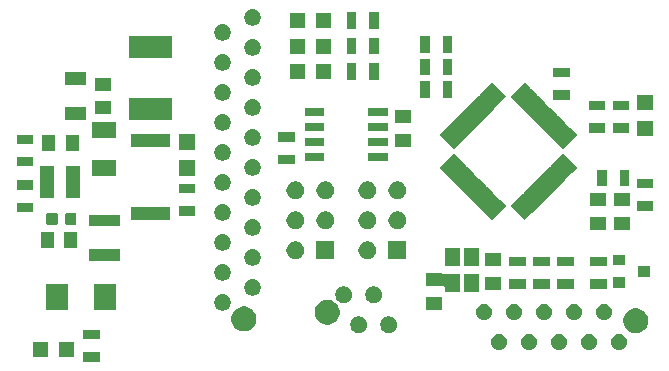
<source format=gts>
G04 #@! TF.GenerationSoftware,KiCad,Pcbnew,5.1.4-e60b266~84~ubuntu18.04.1*
G04 #@! TF.CreationDate,2019-12-14T18:52:15-05:00*
G04 #@! TF.ProjectId,dashboard_MKV_ewan,64617368-626f-4617-9264-5f4d4b565f65,rev?*
G04 #@! TF.SameCoordinates,Original*
G04 #@! TF.FileFunction,Soldermask,Top*
G04 #@! TF.FilePolarity,Negative*
%FSLAX46Y46*%
G04 Gerber Fmt 4.6, Leading zero omitted, Abs format (unit mm)*
G04 Created by KiCad (PCBNEW 5.1.4-e60b266~84~ubuntu18.04.1) date 2019-12-14 18:52:15*
%MOMM*%
%LPD*%
G04 APERTURE LIST*
%ADD10C,0.100000*%
G04 APERTURE END LIST*
D10*
G36*
X178780400Y-95026200D02*
G01*
X177378400Y-95026200D01*
X177378400Y-94224200D01*
X178780400Y-94224200D01*
X178780400Y-95026200D01*
X178780400Y-95026200D01*
G37*
G36*
X174404600Y-94681800D02*
G01*
X173102600Y-94681800D01*
X173102600Y-93379800D01*
X174404600Y-93379800D01*
X174404600Y-94681800D01*
X174404600Y-94681800D01*
G37*
G36*
X176604600Y-94681800D02*
G01*
X175302600Y-94681800D01*
X175302600Y-93379800D01*
X176604600Y-93379800D01*
X176604600Y-94681800D01*
X176604600Y-94681800D01*
G37*
G36*
X215317073Y-92696338D02*
G01*
X215444649Y-92749182D01*
X215559459Y-92825895D01*
X215657105Y-92923541D01*
X215733818Y-93038351D01*
X215786662Y-93165927D01*
X215813600Y-93301356D01*
X215813600Y-93439444D01*
X215786662Y-93574873D01*
X215733818Y-93702449D01*
X215657105Y-93817259D01*
X215559459Y-93914905D01*
X215444649Y-93991618D01*
X215317073Y-94044462D01*
X215181644Y-94071400D01*
X215043556Y-94071400D01*
X214908127Y-94044462D01*
X214780551Y-93991618D01*
X214665741Y-93914905D01*
X214568095Y-93817259D01*
X214491382Y-93702449D01*
X214438538Y-93574873D01*
X214411600Y-93439444D01*
X214411600Y-93301356D01*
X214438538Y-93165927D01*
X214491382Y-93038351D01*
X214568095Y-92923541D01*
X214665741Y-92825895D01*
X214780551Y-92749182D01*
X214908127Y-92696338D01*
X215043556Y-92669400D01*
X215181644Y-92669400D01*
X215317073Y-92696338D01*
X215317073Y-92696338D01*
G37*
G36*
X212777073Y-92696338D02*
G01*
X212904649Y-92749182D01*
X213019459Y-92825895D01*
X213117105Y-92923541D01*
X213193818Y-93038351D01*
X213246662Y-93165927D01*
X213273600Y-93301356D01*
X213273600Y-93439444D01*
X213246662Y-93574873D01*
X213193818Y-93702449D01*
X213117105Y-93817259D01*
X213019459Y-93914905D01*
X212904649Y-93991618D01*
X212777073Y-94044462D01*
X212641644Y-94071400D01*
X212503556Y-94071400D01*
X212368127Y-94044462D01*
X212240551Y-93991618D01*
X212125741Y-93914905D01*
X212028095Y-93817259D01*
X211951382Y-93702449D01*
X211898538Y-93574873D01*
X211871600Y-93439444D01*
X211871600Y-93301356D01*
X211898538Y-93165927D01*
X211951382Y-93038351D01*
X212028095Y-92923541D01*
X212125741Y-92825895D01*
X212240551Y-92749182D01*
X212368127Y-92696338D01*
X212503556Y-92669400D01*
X212641644Y-92669400D01*
X212777073Y-92696338D01*
X212777073Y-92696338D01*
G37*
G36*
X222937073Y-92696338D02*
G01*
X223064649Y-92749182D01*
X223179459Y-92825895D01*
X223277105Y-92923541D01*
X223353818Y-93038351D01*
X223406662Y-93165927D01*
X223433600Y-93301356D01*
X223433600Y-93439444D01*
X223406662Y-93574873D01*
X223353818Y-93702449D01*
X223277105Y-93817259D01*
X223179459Y-93914905D01*
X223064649Y-93991618D01*
X222937073Y-94044462D01*
X222801644Y-94071400D01*
X222663556Y-94071400D01*
X222528127Y-94044462D01*
X222400551Y-93991618D01*
X222285741Y-93914905D01*
X222188095Y-93817259D01*
X222111382Y-93702449D01*
X222058538Y-93574873D01*
X222031600Y-93439444D01*
X222031600Y-93301356D01*
X222058538Y-93165927D01*
X222111382Y-93038351D01*
X222188095Y-92923541D01*
X222285741Y-92825895D01*
X222400551Y-92749182D01*
X222528127Y-92696338D01*
X222663556Y-92669400D01*
X222801644Y-92669400D01*
X222937073Y-92696338D01*
X222937073Y-92696338D01*
G37*
G36*
X220397073Y-92696338D02*
G01*
X220524649Y-92749182D01*
X220639459Y-92825895D01*
X220737105Y-92923541D01*
X220813818Y-93038351D01*
X220866662Y-93165927D01*
X220893600Y-93301356D01*
X220893600Y-93439444D01*
X220866662Y-93574873D01*
X220813818Y-93702449D01*
X220737105Y-93817259D01*
X220639459Y-93914905D01*
X220524649Y-93991618D01*
X220397073Y-94044462D01*
X220261644Y-94071400D01*
X220123556Y-94071400D01*
X219988127Y-94044462D01*
X219860551Y-93991618D01*
X219745741Y-93914905D01*
X219648095Y-93817259D01*
X219571382Y-93702449D01*
X219518538Y-93574873D01*
X219491600Y-93439444D01*
X219491600Y-93301356D01*
X219518538Y-93165927D01*
X219571382Y-93038351D01*
X219648095Y-92923541D01*
X219745741Y-92825895D01*
X219860551Y-92749182D01*
X219988127Y-92696338D01*
X220123556Y-92669400D01*
X220261644Y-92669400D01*
X220397073Y-92696338D01*
X220397073Y-92696338D01*
G37*
G36*
X217857073Y-92696338D02*
G01*
X217984649Y-92749182D01*
X218099459Y-92825895D01*
X218197105Y-92923541D01*
X218273818Y-93038351D01*
X218326662Y-93165927D01*
X218353600Y-93301356D01*
X218353600Y-93439444D01*
X218326662Y-93574873D01*
X218273818Y-93702449D01*
X218197105Y-93817259D01*
X218099459Y-93914905D01*
X217984649Y-93991618D01*
X217857073Y-94044462D01*
X217721644Y-94071400D01*
X217583556Y-94071400D01*
X217448127Y-94044462D01*
X217320551Y-93991618D01*
X217205741Y-93914905D01*
X217108095Y-93817259D01*
X217031382Y-93702449D01*
X216978538Y-93574873D01*
X216951600Y-93439444D01*
X216951600Y-93301356D01*
X216978538Y-93165927D01*
X217031382Y-93038351D01*
X217108095Y-92923541D01*
X217205741Y-92825895D01*
X217320551Y-92749182D01*
X217448127Y-92696338D01*
X217583556Y-92669400D01*
X217721644Y-92669400D01*
X217857073Y-92696338D01*
X217857073Y-92696338D01*
G37*
G36*
X178780400Y-93126200D02*
G01*
X177378400Y-93126200D01*
X177378400Y-92324200D01*
X178780400Y-92324200D01*
X178780400Y-93126200D01*
X178780400Y-93126200D01*
G37*
G36*
X224439164Y-90559789D02*
G01*
X224630433Y-90639015D01*
X224630435Y-90639016D01*
X224802573Y-90754035D01*
X224948965Y-90900427D01*
X225038800Y-91034874D01*
X225063985Y-91072567D01*
X225143211Y-91263836D01*
X225183600Y-91466884D01*
X225183600Y-91673916D01*
X225143211Y-91876964D01*
X225106810Y-91964844D01*
X225063984Y-92068235D01*
X224948965Y-92240373D01*
X224802573Y-92386765D01*
X224630435Y-92501784D01*
X224630434Y-92501785D01*
X224630433Y-92501785D01*
X224439164Y-92581011D01*
X224236116Y-92621400D01*
X224029084Y-92621400D01*
X223826036Y-92581011D01*
X223634767Y-92501785D01*
X223634766Y-92501785D01*
X223634765Y-92501784D01*
X223462627Y-92386765D01*
X223316235Y-92240373D01*
X223201216Y-92068235D01*
X223158390Y-91964844D01*
X223121989Y-91876964D01*
X223081600Y-91673916D01*
X223081600Y-91466884D01*
X223121989Y-91263836D01*
X223201215Y-91072567D01*
X223226401Y-91034874D01*
X223316235Y-90900427D01*
X223462627Y-90754035D01*
X223634765Y-90639016D01*
X223634767Y-90639015D01*
X223826036Y-90559789D01*
X224029084Y-90519400D01*
X224236116Y-90519400D01*
X224439164Y-90559789D01*
X224439164Y-90559789D01*
G37*
G36*
X200892873Y-91221738D02*
G01*
X201020449Y-91274582D01*
X201135259Y-91351295D01*
X201232905Y-91448941D01*
X201309618Y-91563751D01*
X201362462Y-91691327D01*
X201389400Y-91826756D01*
X201389400Y-91964844D01*
X201362462Y-92100273D01*
X201309618Y-92227849D01*
X201232905Y-92342659D01*
X201135259Y-92440305D01*
X201020449Y-92517018D01*
X200892873Y-92569862D01*
X200757444Y-92596800D01*
X200619356Y-92596800D01*
X200483927Y-92569862D01*
X200356351Y-92517018D01*
X200241541Y-92440305D01*
X200143895Y-92342659D01*
X200067182Y-92227849D01*
X200014338Y-92100273D01*
X199987400Y-91964844D01*
X199987400Y-91826756D01*
X200014338Y-91691327D01*
X200067182Y-91563751D01*
X200143895Y-91448941D01*
X200241541Y-91351295D01*
X200356351Y-91274582D01*
X200483927Y-91221738D01*
X200619356Y-91194800D01*
X200757444Y-91194800D01*
X200892873Y-91221738D01*
X200892873Y-91221738D01*
G37*
G36*
X203432873Y-91221738D02*
G01*
X203560449Y-91274582D01*
X203675259Y-91351295D01*
X203772905Y-91448941D01*
X203849618Y-91563751D01*
X203902462Y-91691327D01*
X203929400Y-91826756D01*
X203929400Y-91964844D01*
X203902462Y-92100273D01*
X203849618Y-92227849D01*
X203772905Y-92342659D01*
X203675259Y-92440305D01*
X203560449Y-92517018D01*
X203432873Y-92569862D01*
X203297444Y-92596800D01*
X203159356Y-92596800D01*
X203023927Y-92569862D01*
X202896351Y-92517018D01*
X202781541Y-92440305D01*
X202683895Y-92342659D01*
X202607182Y-92227849D01*
X202554338Y-92100273D01*
X202527400Y-91964844D01*
X202527400Y-91826756D01*
X202554338Y-91691327D01*
X202607182Y-91563751D01*
X202683895Y-91448941D01*
X202781541Y-91351295D01*
X202896351Y-91274582D01*
X203023927Y-91221738D01*
X203159356Y-91194800D01*
X203297444Y-91194800D01*
X203432873Y-91221738D01*
X203432873Y-91221738D01*
G37*
G36*
X191263764Y-90403989D02*
G01*
X191402509Y-90461459D01*
X191455035Y-90483216D01*
X191569636Y-90559790D01*
X191627173Y-90598235D01*
X191773565Y-90744627D01*
X191888585Y-90916767D01*
X191967811Y-91108036D01*
X192008200Y-91311084D01*
X192008200Y-91518116D01*
X191967811Y-91721164D01*
X191903276Y-91876965D01*
X191888584Y-91912435D01*
X191773565Y-92084573D01*
X191627173Y-92230965D01*
X191455035Y-92345984D01*
X191455034Y-92345985D01*
X191455033Y-92345985D01*
X191263764Y-92425211D01*
X191060716Y-92465600D01*
X190853684Y-92465600D01*
X190650636Y-92425211D01*
X190459367Y-92345985D01*
X190459366Y-92345985D01*
X190459365Y-92345984D01*
X190287227Y-92230965D01*
X190140835Y-92084573D01*
X190025816Y-91912435D01*
X190011124Y-91876965D01*
X189946589Y-91721164D01*
X189906200Y-91518116D01*
X189906200Y-91311084D01*
X189946589Y-91108036D01*
X190025815Y-90916767D01*
X190140835Y-90744627D01*
X190287227Y-90598235D01*
X190344764Y-90559790D01*
X190459365Y-90483216D01*
X190511891Y-90461459D01*
X190650636Y-90403989D01*
X190853684Y-90363600D01*
X191060716Y-90363600D01*
X191263764Y-90403989D01*
X191263764Y-90403989D01*
G37*
G36*
X198324964Y-89845189D02*
G01*
X198516233Y-89924415D01*
X198516235Y-89924416D01*
X198674046Y-90029862D01*
X198688373Y-90039435D01*
X198834765Y-90185827D01*
X198949785Y-90357967D01*
X199029011Y-90549236D01*
X199069400Y-90752284D01*
X199069400Y-90959316D01*
X199029011Y-91162364D01*
X198967409Y-91311084D01*
X198949784Y-91353635D01*
X198834765Y-91525773D01*
X198688373Y-91672165D01*
X198516235Y-91787184D01*
X198516234Y-91787185D01*
X198516233Y-91787185D01*
X198324964Y-91866411D01*
X198121916Y-91906800D01*
X197914884Y-91906800D01*
X197711836Y-91866411D01*
X197520567Y-91787185D01*
X197520566Y-91787185D01*
X197520565Y-91787184D01*
X197348427Y-91672165D01*
X197202035Y-91525773D01*
X197087016Y-91353635D01*
X197069391Y-91311084D01*
X197007789Y-91162364D01*
X196967400Y-90959316D01*
X196967400Y-90752284D01*
X197007789Y-90549236D01*
X197087015Y-90357967D01*
X197202035Y-90185827D01*
X197348427Y-90039435D01*
X197362754Y-90029862D01*
X197520565Y-89924416D01*
X197520567Y-89924415D01*
X197711836Y-89845189D01*
X197914884Y-89804800D01*
X198121916Y-89804800D01*
X198324964Y-89845189D01*
X198324964Y-89845189D01*
G37*
G36*
X211507073Y-90156338D02*
G01*
X211634649Y-90209182D01*
X211749459Y-90285895D01*
X211847105Y-90383541D01*
X211923818Y-90498351D01*
X211976662Y-90625927D01*
X212003600Y-90761356D01*
X212003600Y-90899444D01*
X211976662Y-91034873D01*
X211923818Y-91162449D01*
X211847105Y-91277259D01*
X211749459Y-91374905D01*
X211634649Y-91451618D01*
X211507073Y-91504462D01*
X211371644Y-91531400D01*
X211233556Y-91531400D01*
X211098127Y-91504462D01*
X210970551Y-91451618D01*
X210855741Y-91374905D01*
X210758095Y-91277259D01*
X210681382Y-91162449D01*
X210628538Y-91034873D01*
X210601600Y-90899444D01*
X210601600Y-90761356D01*
X210628538Y-90625927D01*
X210681382Y-90498351D01*
X210758095Y-90383541D01*
X210855741Y-90285895D01*
X210970551Y-90209182D01*
X211098127Y-90156338D01*
X211233556Y-90129400D01*
X211371644Y-90129400D01*
X211507073Y-90156338D01*
X211507073Y-90156338D01*
G37*
G36*
X221667073Y-90156338D02*
G01*
X221794649Y-90209182D01*
X221909459Y-90285895D01*
X222007105Y-90383541D01*
X222083818Y-90498351D01*
X222136662Y-90625927D01*
X222163600Y-90761356D01*
X222163600Y-90899444D01*
X222136662Y-91034873D01*
X222083818Y-91162449D01*
X222007105Y-91277259D01*
X221909459Y-91374905D01*
X221794649Y-91451618D01*
X221667073Y-91504462D01*
X221531644Y-91531400D01*
X221393556Y-91531400D01*
X221258127Y-91504462D01*
X221130551Y-91451618D01*
X221015741Y-91374905D01*
X220918095Y-91277259D01*
X220841382Y-91162449D01*
X220788538Y-91034873D01*
X220761600Y-90899444D01*
X220761600Y-90761356D01*
X220788538Y-90625927D01*
X220841382Y-90498351D01*
X220918095Y-90383541D01*
X221015741Y-90285895D01*
X221130551Y-90209182D01*
X221258127Y-90156338D01*
X221393556Y-90129400D01*
X221531644Y-90129400D01*
X221667073Y-90156338D01*
X221667073Y-90156338D01*
G37*
G36*
X219127073Y-90156338D02*
G01*
X219254649Y-90209182D01*
X219369459Y-90285895D01*
X219467105Y-90383541D01*
X219543818Y-90498351D01*
X219596662Y-90625927D01*
X219623600Y-90761356D01*
X219623600Y-90899444D01*
X219596662Y-91034873D01*
X219543818Y-91162449D01*
X219467105Y-91277259D01*
X219369459Y-91374905D01*
X219254649Y-91451618D01*
X219127073Y-91504462D01*
X218991644Y-91531400D01*
X218853556Y-91531400D01*
X218718127Y-91504462D01*
X218590551Y-91451618D01*
X218475741Y-91374905D01*
X218378095Y-91277259D01*
X218301382Y-91162449D01*
X218248538Y-91034873D01*
X218221600Y-90899444D01*
X218221600Y-90761356D01*
X218248538Y-90625927D01*
X218301382Y-90498351D01*
X218378095Y-90383541D01*
X218475741Y-90285895D01*
X218590551Y-90209182D01*
X218718127Y-90156338D01*
X218853556Y-90129400D01*
X218991644Y-90129400D01*
X219127073Y-90156338D01*
X219127073Y-90156338D01*
G37*
G36*
X216587073Y-90156338D02*
G01*
X216714649Y-90209182D01*
X216829459Y-90285895D01*
X216927105Y-90383541D01*
X217003818Y-90498351D01*
X217056662Y-90625927D01*
X217083600Y-90761356D01*
X217083600Y-90899444D01*
X217056662Y-91034873D01*
X217003818Y-91162449D01*
X216927105Y-91277259D01*
X216829459Y-91374905D01*
X216714649Y-91451618D01*
X216587073Y-91504462D01*
X216451644Y-91531400D01*
X216313556Y-91531400D01*
X216178127Y-91504462D01*
X216050551Y-91451618D01*
X215935741Y-91374905D01*
X215838095Y-91277259D01*
X215761382Y-91162449D01*
X215708538Y-91034873D01*
X215681600Y-90899444D01*
X215681600Y-90761356D01*
X215708538Y-90625927D01*
X215761382Y-90498351D01*
X215838095Y-90383541D01*
X215935741Y-90285895D01*
X216050551Y-90209182D01*
X216178127Y-90156338D01*
X216313556Y-90129400D01*
X216451644Y-90129400D01*
X216587073Y-90156338D01*
X216587073Y-90156338D01*
G37*
G36*
X214047073Y-90156338D02*
G01*
X214174649Y-90209182D01*
X214289459Y-90285895D01*
X214387105Y-90383541D01*
X214463818Y-90498351D01*
X214516662Y-90625927D01*
X214543600Y-90761356D01*
X214543600Y-90899444D01*
X214516662Y-91034873D01*
X214463818Y-91162449D01*
X214387105Y-91277259D01*
X214289459Y-91374905D01*
X214174649Y-91451618D01*
X214047073Y-91504462D01*
X213911644Y-91531400D01*
X213773556Y-91531400D01*
X213638127Y-91504462D01*
X213510551Y-91451618D01*
X213395741Y-91374905D01*
X213298095Y-91277259D01*
X213221382Y-91162449D01*
X213168538Y-91034873D01*
X213141600Y-90899444D01*
X213141600Y-90761356D01*
X213168538Y-90625927D01*
X213221382Y-90498351D01*
X213298095Y-90383541D01*
X213395741Y-90285895D01*
X213510551Y-90209182D01*
X213638127Y-90156338D01*
X213773556Y-90129400D01*
X213911644Y-90129400D01*
X214047073Y-90156338D01*
X214047073Y-90156338D01*
G37*
G36*
X189361673Y-89340538D02*
G01*
X189489249Y-89393382D01*
X189604059Y-89470095D01*
X189701705Y-89567741D01*
X189778418Y-89682551D01*
X189831262Y-89810127D01*
X189858200Y-89945556D01*
X189858200Y-90083644D01*
X189831262Y-90219073D01*
X189778418Y-90346649D01*
X189701705Y-90461459D01*
X189604059Y-90559105D01*
X189489249Y-90635818D01*
X189361673Y-90688662D01*
X189226244Y-90715600D01*
X189088156Y-90715600D01*
X188952727Y-90688662D01*
X188825151Y-90635818D01*
X188710341Y-90559105D01*
X188612695Y-90461459D01*
X188535982Y-90346649D01*
X188483138Y-90219073D01*
X188456200Y-90083644D01*
X188456200Y-89945556D01*
X188483138Y-89810127D01*
X188535982Y-89682551D01*
X188612695Y-89567741D01*
X188710341Y-89470095D01*
X188825151Y-89393382D01*
X188952727Y-89340538D01*
X189088156Y-89313600D01*
X189226244Y-89313600D01*
X189361673Y-89340538D01*
X189361673Y-89340538D01*
G37*
G36*
X176060300Y-90678200D02*
G01*
X174180300Y-90678200D01*
X174180300Y-88417200D01*
X176060300Y-88417200D01*
X176060300Y-90678200D01*
X176060300Y-90678200D01*
G37*
G36*
X180124300Y-90678200D02*
G01*
X178244300Y-90678200D01*
X178244300Y-88417200D01*
X180124300Y-88417200D01*
X180124300Y-90678200D01*
X180124300Y-90678200D01*
G37*
G36*
X207736800Y-90654200D02*
G01*
X206384800Y-90654200D01*
X206384800Y-89552200D01*
X207736800Y-89552200D01*
X207736800Y-90654200D01*
X207736800Y-90654200D01*
G37*
G36*
X202162873Y-88681738D02*
G01*
X202290449Y-88734582D01*
X202405259Y-88811295D01*
X202502905Y-88908941D01*
X202579618Y-89023751D01*
X202632462Y-89151327D01*
X202659400Y-89286756D01*
X202659400Y-89424844D01*
X202632462Y-89560273D01*
X202579618Y-89687849D01*
X202502905Y-89802659D01*
X202405259Y-89900305D01*
X202290449Y-89977018D01*
X202162873Y-90029862D01*
X202027444Y-90056800D01*
X201889356Y-90056800D01*
X201753927Y-90029862D01*
X201626351Y-89977018D01*
X201511541Y-89900305D01*
X201413895Y-89802659D01*
X201337182Y-89687849D01*
X201284338Y-89560273D01*
X201257400Y-89424844D01*
X201257400Y-89286756D01*
X201284338Y-89151327D01*
X201337182Y-89023751D01*
X201413895Y-88908941D01*
X201511541Y-88811295D01*
X201626351Y-88734582D01*
X201753927Y-88681738D01*
X201889356Y-88654800D01*
X202027444Y-88654800D01*
X202162873Y-88681738D01*
X202162873Y-88681738D01*
G37*
G36*
X199622873Y-88681738D02*
G01*
X199750449Y-88734582D01*
X199865259Y-88811295D01*
X199962905Y-88908941D01*
X200039618Y-89023751D01*
X200092462Y-89151327D01*
X200119400Y-89286756D01*
X200119400Y-89424844D01*
X200092462Y-89560273D01*
X200039618Y-89687849D01*
X199962905Y-89802659D01*
X199865259Y-89900305D01*
X199750449Y-89977018D01*
X199622873Y-90029862D01*
X199487444Y-90056800D01*
X199349356Y-90056800D01*
X199213927Y-90029862D01*
X199086351Y-89977018D01*
X198971541Y-89900305D01*
X198873895Y-89802659D01*
X198797182Y-89687849D01*
X198744338Y-89560273D01*
X198717400Y-89424844D01*
X198717400Y-89286756D01*
X198744338Y-89151327D01*
X198797182Y-89023751D01*
X198873895Y-88908941D01*
X198971541Y-88811295D01*
X199086351Y-88734582D01*
X199213927Y-88681738D01*
X199349356Y-88654800D01*
X199487444Y-88654800D01*
X199622873Y-88681738D01*
X199622873Y-88681738D01*
G37*
G36*
X191901673Y-88070538D02*
G01*
X192029249Y-88123382D01*
X192144059Y-88200095D01*
X192241705Y-88297741D01*
X192318418Y-88412551D01*
X192371262Y-88540127D01*
X192398200Y-88675556D01*
X192398200Y-88813644D01*
X192371262Y-88949073D01*
X192318418Y-89076649D01*
X192241705Y-89191459D01*
X192144059Y-89289105D01*
X192029249Y-89365818D01*
X191901673Y-89418662D01*
X191766244Y-89445600D01*
X191628156Y-89445600D01*
X191492727Y-89418662D01*
X191365151Y-89365818D01*
X191250341Y-89289105D01*
X191152695Y-89191459D01*
X191075982Y-89076649D01*
X191023138Y-88949073D01*
X190996200Y-88813644D01*
X190996200Y-88675556D01*
X191023138Y-88540127D01*
X191075982Y-88412551D01*
X191152695Y-88297741D01*
X191250341Y-88200095D01*
X191365151Y-88123382D01*
X191492727Y-88070538D01*
X191628156Y-88043600D01*
X191766244Y-88043600D01*
X191901673Y-88070538D01*
X191901673Y-88070538D01*
G37*
G36*
X207773411Y-87561389D02*
G01*
X207792353Y-87576934D01*
X207813964Y-87588485D01*
X207837413Y-87595598D01*
X207861799Y-87598000D01*
X209274000Y-87598000D01*
X209274000Y-89100000D01*
X207972000Y-89100000D01*
X207972000Y-88779199D01*
X207969598Y-88754813D01*
X207962485Y-88731364D01*
X207950934Y-88709753D01*
X207935389Y-88690811D01*
X207916447Y-88675266D01*
X207894836Y-88663715D01*
X207871387Y-88656602D01*
X207847001Y-88654200D01*
X206384800Y-88654200D01*
X206384800Y-87552200D01*
X207765870Y-87552200D01*
X207773411Y-87561389D01*
X207773411Y-87561389D01*
G37*
G36*
X210874000Y-89100000D02*
G01*
X209572000Y-89100000D01*
X209572000Y-87598000D01*
X210874000Y-87598000D01*
X210874000Y-89100000D01*
X210874000Y-89100000D01*
G37*
G36*
X212766000Y-88927000D02*
G01*
X211414000Y-88927000D01*
X211414000Y-87825000D01*
X212766000Y-87825000D01*
X212766000Y-88927000D01*
X212766000Y-88927000D01*
G37*
G36*
X221681000Y-88854000D02*
G01*
X220279000Y-88854000D01*
X220279000Y-88052000D01*
X221681000Y-88052000D01*
X221681000Y-88854000D01*
X221681000Y-88854000D01*
G37*
G36*
X216855000Y-88854000D02*
G01*
X215453000Y-88854000D01*
X215453000Y-88052000D01*
X216855000Y-88052000D01*
X216855000Y-88854000D01*
X216855000Y-88854000D01*
G37*
G36*
X214823000Y-88854000D02*
G01*
X213421000Y-88854000D01*
X213421000Y-88052000D01*
X214823000Y-88052000D01*
X214823000Y-88854000D01*
X214823000Y-88854000D01*
G37*
G36*
X218887000Y-88854000D02*
G01*
X217485000Y-88854000D01*
X217485000Y-88052000D01*
X218887000Y-88052000D01*
X218887000Y-88854000D01*
X218887000Y-88854000D01*
G37*
G36*
X223225000Y-88777000D02*
G01*
X222223000Y-88777000D01*
X222223000Y-87875000D01*
X223225000Y-87875000D01*
X223225000Y-88777000D01*
X223225000Y-88777000D01*
G37*
G36*
X189361673Y-86800538D02*
G01*
X189489249Y-86853382D01*
X189604059Y-86930095D01*
X189701705Y-87027741D01*
X189778418Y-87142551D01*
X189831262Y-87270127D01*
X189858200Y-87405556D01*
X189858200Y-87543644D01*
X189831262Y-87679073D01*
X189778418Y-87806649D01*
X189701705Y-87921459D01*
X189604059Y-88019105D01*
X189489249Y-88095818D01*
X189361673Y-88148662D01*
X189226244Y-88175600D01*
X189088156Y-88175600D01*
X188952727Y-88148662D01*
X188825151Y-88095818D01*
X188710341Y-88019105D01*
X188612695Y-87921459D01*
X188535982Y-87806649D01*
X188483138Y-87679073D01*
X188456200Y-87543644D01*
X188456200Y-87405556D01*
X188483138Y-87270127D01*
X188535982Y-87142551D01*
X188612695Y-87027741D01*
X188710341Y-86930095D01*
X188825151Y-86853382D01*
X188952727Y-86800538D01*
X189088156Y-86773600D01*
X189226244Y-86773600D01*
X189361673Y-86800538D01*
X189361673Y-86800538D01*
G37*
G36*
X225325000Y-87827000D02*
G01*
X224323000Y-87827000D01*
X224323000Y-86925000D01*
X225325000Y-86925000D01*
X225325000Y-87827000D01*
X225325000Y-87827000D01*
G37*
G36*
X214823000Y-86954000D02*
G01*
X213421000Y-86954000D01*
X213421000Y-86152000D01*
X214823000Y-86152000D01*
X214823000Y-86954000D01*
X214823000Y-86954000D01*
G37*
G36*
X221681000Y-86954000D02*
G01*
X220279000Y-86954000D01*
X220279000Y-86152000D01*
X221681000Y-86152000D01*
X221681000Y-86954000D01*
X221681000Y-86954000D01*
G37*
G36*
X218887000Y-86954000D02*
G01*
X217485000Y-86954000D01*
X217485000Y-86152000D01*
X218887000Y-86152000D01*
X218887000Y-86954000D01*
X218887000Y-86954000D01*
G37*
G36*
X216855000Y-86954000D02*
G01*
X215453000Y-86954000D01*
X215453000Y-86152000D01*
X216855000Y-86152000D01*
X216855000Y-86954000D01*
X216855000Y-86954000D01*
G37*
G36*
X212766000Y-86927000D02*
G01*
X211414000Y-86927000D01*
X211414000Y-85825000D01*
X212766000Y-85825000D01*
X212766000Y-86927000D01*
X212766000Y-86927000D01*
G37*
G36*
X191901673Y-85530538D02*
G01*
X192029249Y-85583382D01*
X192144059Y-85660095D01*
X192241705Y-85757741D01*
X192318418Y-85872551D01*
X192371262Y-86000127D01*
X192398200Y-86135556D01*
X192398200Y-86273644D01*
X192371262Y-86409073D01*
X192318418Y-86536649D01*
X192241705Y-86651459D01*
X192144059Y-86749105D01*
X192029249Y-86825818D01*
X191901673Y-86878662D01*
X191766244Y-86905600D01*
X191628156Y-86905600D01*
X191492727Y-86878662D01*
X191365151Y-86825818D01*
X191250341Y-86749105D01*
X191152695Y-86651459D01*
X191075982Y-86536649D01*
X191023138Y-86409073D01*
X190996200Y-86273644D01*
X190996200Y-86135556D01*
X191023138Y-86000127D01*
X191075982Y-85872551D01*
X191152695Y-85757741D01*
X191250341Y-85660095D01*
X191365151Y-85583382D01*
X191492727Y-85530538D01*
X191628156Y-85503600D01*
X191766244Y-85503600D01*
X191901673Y-85530538D01*
X191901673Y-85530538D01*
G37*
G36*
X209274000Y-86900000D02*
G01*
X207972000Y-86900000D01*
X207972000Y-85398000D01*
X209274000Y-85398000D01*
X209274000Y-86900000D01*
X209274000Y-86900000D01*
G37*
G36*
X210874000Y-86900000D02*
G01*
X209572000Y-86900000D01*
X209572000Y-85398000D01*
X210874000Y-85398000D01*
X210874000Y-86900000D01*
X210874000Y-86900000D01*
G37*
G36*
X223225000Y-86877000D02*
G01*
X222223000Y-86877000D01*
X222223000Y-85975000D01*
X223225000Y-85975000D01*
X223225000Y-86877000D01*
X223225000Y-86877000D01*
G37*
G36*
X180485300Y-86482200D02*
G01*
X177883300Y-86482200D01*
X177883300Y-85480200D01*
X180485300Y-85480200D01*
X180485300Y-86482200D01*
X180485300Y-86482200D01*
G37*
G36*
X201641059Y-84875860D02*
G01*
X201777732Y-84932472D01*
X201900735Y-85014660D01*
X202005340Y-85119265D01*
X202005341Y-85119267D01*
X202087529Y-85242270D01*
X202144140Y-85378941D01*
X202173000Y-85524032D01*
X202173000Y-85671968D01*
X202155939Y-85757741D01*
X202144140Y-85817059D01*
X202087528Y-85953732D01*
X202005340Y-86076735D01*
X201900735Y-86181340D01*
X201777732Y-86263528D01*
X201777731Y-86263529D01*
X201777730Y-86263529D01*
X201641059Y-86320140D01*
X201495968Y-86349000D01*
X201348032Y-86349000D01*
X201202941Y-86320140D01*
X201066270Y-86263529D01*
X201066269Y-86263529D01*
X201066268Y-86263528D01*
X200943265Y-86181340D01*
X200838660Y-86076735D01*
X200756472Y-85953732D01*
X200699860Y-85817059D01*
X200688061Y-85757741D01*
X200671000Y-85671968D01*
X200671000Y-85524032D01*
X200699860Y-85378941D01*
X200756471Y-85242270D01*
X200838659Y-85119267D01*
X200838660Y-85119265D01*
X200943265Y-85014660D01*
X201066268Y-84932472D01*
X201202941Y-84875860D01*
X201348032Y-84847000D01*
X201495968Y-84847000D01*
X201641059Y-84875860D01*
X201641059Y-84875860D01*
G37*
G36*
X198617000Y-86349000D02*
G01*
X197115000Y-86349000D01*
X197115000Y-84847000D01*
X198617000Y-84847000D01*
X198617000Y-86349000D01*
X198617000Y-86349000D01*
G37*
G36*
X204713000Y-86349000D02*
G01*
X203211000Y-86349000D01*
X203211000Y-84847000D01*
X204713000Y-84847000D01*
X204713000Y-86349000D01*
X204713000Y-86349000D01*
G37*
G36*
X195545059Y-84875860D02*
G01*
X195681732Y-84932472D01*
X195804735Y-85014660D01*
X195909340Y-85119265D01*
X195909341Y-85119267D01*
X195991529Y-85242270D01*
X196048140Y-85378941D01*
X196077000Y-85524032D01*
X196077000Y-85671968D01*
X196059939Y-85757741D01*
X196048140Y-85817059D01*
X195991528Y-85953732D01*
X195909340Y-86076735D01*
X195804735Y-86181340D01*
X195681732Y-86263528D01*
X195681731Y-86263529D01*
X195681730Y-86263529D01*
X195545059Y-86320140D01*
X195399968Y-86349000D01*
X195252032Y-86349000D01*
X195106941Y-86320140D01*
X194970270Y-86263529D01*
X194970269Y-86263529D01*
X194970268Y-86263528D01*
X194847265Y-86181340D01*
X194742660Y-86076735D01*
X194660472Y-85953732D01*
X194603860Y-85817059D01*
X194592061Y-85757741D01*
X194575000Y-85671968D01*
X194575000Y-85524032D01*
X194603860Y-85378941D01*
X194660471Y-85242270D01*
X194742659Y-85119267D01*
X194742660Y-85119265D01*
X194847265Y-85014660D01*
X194970268Y-84932472D01*
X195106941Y-84875860D01*
X195252032Y-84847000D01*
X195399968Y-84847000D01*
X195545059Y-84875860D01*
X195545059Y-84875860D01*
G37*
G36*
X189361673Y-84260538D02*
G01*
X189489249Y-84313382D01*
X189604059Y-84390095D01*
X189701705Y-84487741D01*
X189778418Y-84602551D01*
X189831262Y-84730127D01*
X189858200Y-84865556D01*
X189858200Y-85003644D01*
X189831262Y-85139073D01*
X189778418Y-85266649D01*
X189701705Y-85381459D01*
X189604059Y-85479105D01*
X189489249Y-85555818D01*
X189361673Y-85608662D01*
X189226244Y-85635600D01*
X189088156Y-85635600D01*
X188952727Y-85608662D01*
X188825151Y-85555818D01*
X188710341Y-85479105D01*
X188612695Y-85381459D01*
X188535982Y-85266649D01*
X188483138Y-85139073D01*
X188456200Y-85003644D01*
X188456200Y-84865556D01*
X188483138Y-84730127D01*
X188535982Y-84602551D01*
X188612695Y-84487741D01*
X188710341Y-84390095D01*
X188825151Y-84313382D01*
X188952727Y-84260538D01*
X189088156Y-84233600D01*
X189226244Y-84233600D01*
X189361673Y-84260538D01*
X189361673Y-84260538D01*
G37*
G36*
X176877800Y-85425640D02*
G01*
X175775800Y-85425640D01*
X175775800Y-84073640D01*
X176877800Y-84073640D01*
X176877800Y-85425640D01*
X176877800Y-85425640D01*
G37*
G36*
X174877800Y-85425640D02*
G01*
X173775800Y-85425640D01*
X173775800Y-84073640D01*
X174877800Y-84073640D01*
X174877800Y-85425640D01*
X174877800Y-85425640D01*
G37*
G36*
X191901673Y-82990538D02*
G01*
X192029249Y-83043382D01*
X192144059Y-83120095D01*
X192241705Y-83217741D01*
X192318418Y-83332551D01*
X192371262Y-83460127D01*
X192398200Y-83595556D01*
X192398200Y-83733644D01*
X192371262Y-83869073D01*
X192318418Y-83996649D01*
X192241705Y-84111459D01*
X192144059Y-84209105D01*
X192029249Y-84285818D01*
X191901673Y-84338662D01*
X191766244Y-84365600D01*
X191628156Y-84365600D01*
X191492727Y-84338662D01*
X191365151Y-84285818D01*
X191250341Y-84209105D01*
X191152695Y-84111459D01*
X191075982Y-83996649D01*
X191023138Y-83869073D01*
X190996200Y-83733644D01*
X190996200Y-83595556D01*
X191023138Y-83460127D01*
X191075982Y-83332551D01*
X191152695Y-83217741D01*
X191250341Y-83120095D01*
X191365151Y-83043382D01*
X191492727Y-82990538D01*
X191628156Y-82963600D01*
X191766244Y-82963600D01*
X191901673Y-82990538D01*
X191901673Y-82990538D01*
G37*
G36*
X221656000Y-83847000D02*
G01*
X220304000Y-83847000D01*
X220304000Y-82745000D01*
X221656000Y-82745000D01*
X221656000Y-83847000D01*
X221656000Y-83847000D01*
G37*
G36*
X223688000Y-83847000D02*
G01*
X222336000Y-83847000D01*
X222336000Y-82745000D01*
X223688000Y-82745000D01*
X223688000Y-83847000D01*
X223688000Y-83847000D01*
G37*
G36*
X201641059Y-82335860D02*
G01*
X201777732Y-82392472D01*
X201900735Y-82474660D01*
X202005340Y-82579265D01*
X202028749Y-82614299D01*
X202087529Y-82702270D01*
X202144140Y-82838941D01*
X202173000Y-82984032D01*
X202173000Y-83131968D01*
X202144927Y-83273101D01*
X202144140Y-83277059D01*
X202087528Y-83413732D01*
X202005340Y-83536735D01*
X201900735Y-83641340D01*
X201777732Y-83723528D01*
X201777731Y-83723529D01*
X201777730Y-83723529D01*
X201641059Y-83780140D01*
X201495968Y-83809000D01*
X201348032Y-83809000D01*
X201202941Y-83780140D01*
X201066270Y-83723529D01*
X201066269Y-83723529D01*
X201066268Y-83723528D01*
X200943265Y-83641340D01*
X200838660Y-83536735D01*
X200756472Y-83413732D01*
X200699860Y-83277059D01*
X200699073Y-83273101D01*
X200671000Y-83131968D01*
X200671000Y-82984032D01*
X200699860Y-82838941D01*
X200756471Y-82702270D01*
X200815251Y-82614299D01*
X200838660Y-82579265D01*
X200943265Y-82474660D01*
X201066268Y-82392472D01*
X201202941Y-82335860D01*
X201348032Y-82307000D01*
X201495968Y-82307000D01*
X201641059Y-82335860D01*
X201641059Y-82335860D01*
G37*
G36*
X204181059Y-82335860D02*
G01*
X204317732Y-82392472D01*
X204440735Y-82474660D01*
X204545340Y-82579265D01*
X204568749Y-82614299D01*
X204627529Y-82702270D01*
X204684140Y-82838941D01*
X204713000Y-82984032D01*
X204713000Y-83131968D01*
X204684927Y-83273101D01*
X204684140Y-83277059D01*
X204627528Y-83413732D01*
X204545340Y-83536735D01*
X204440735Y-83641340D01*
X204317732Y-83723528D01*
X204317731Y-83723529D01*
X204317730Y-83723529D01*
X204181059Y-83780140D01*
X204035968Y-83809000D01*
X203888032Y-83809000D01*
X203742941Y-83780140D01*
X203606270Y-83723529D01*
X203606269Y-83723529D01*
X203606268Y-83723528D01*
X203483265Y-83641340D01*
X203378660Y-83536735D01*
X203296472Y-83413732D01*
X203239860Y-83277059D01*
X203239073Y-83273101D01*
X203211000Y-83131968D01*
X203211000Y-82984032D01*
X203239860Y-82838941D01*
X203296471Y-82702270D01*
X203355251Y-82614299D01*
X203378660Y-82579265D01*
X203483265Y-82474660D01*
X203606268Y-82392472D01*
X203742941Y-82335860D01*
X203888032Y-82307000D01*
X204035968Y-82307000D01*
X204181059Y-82335860D01*
X204181059Y-82335860D01*
G37*
G36*
X195545059Y-82335860D02*
G01*
X195681732Y-82392472D01*
X195804735Y-82474660D01*
X195909340Y-82579265D01*
X195932749Y-82614299D01*
X195991529Y-82702270D01*
X196048140Y-82838941D01*
X196077000Y-82984032D01*
X196077000Y-83131968D01*
X196048927Y-83273101D01*
X196048140Y-83277059D01*
X195991528Y-83413732D01*
X195909340Y-83536735D01*
X195804735Y-83641340D01*
X195681732Y-83723528D01*
X195681731Y-83723529D01*
X195681730Y-83723529D01*
X195545059Y-83780140D01*
X195399968Y-83809000D01*
X195252032Y-83809000D01*
X195106941Y-83780140D01*
X194970270Y-83723529D01*
X194970269Y-83723529D01*
X194970268Y-83723528D01*
X194847265Y-83641340D01*
X194742660Y-83536735D01*
X194660472Y-83413732D01*
X194603860Y-83277059D01*
X194603073Y-83273101D01*
X194575000Y-83131968D01*
X194575000Y-82984032D01*
X194603860Y-82838941D01*
X194660471Y-82702270D01*
X194719251Y-82614299D01*
X194742660Y-82579265D01*
X194847265Y-82474660D01*
X194970268Y-82392472D01*
X195106941Y-82335860D01*
X195252032Y-82307000D01*
X195399968Y-82307000D01*
X195545059Y-82335860D01*
X195545059Y-82335860D01*
G37*
G36*
X198085059Y-82335860D02*
G01*
X198221732Y-82392472D01*
X198344735Y-82474660D01*
X198449340Y-82579265D01*
X198472749Y-82614299D01*
X198531529Y-82702270D01*
X198588140Y-82838941D01*
X198617000Y-82984032D01*
X198617000Y-83131968D01*
X198588927Y-83273101D01*
X198588140Y-83277059D01*
X198531528Y-83413732D01*
X198449340Y-83536735D01*
X198344735Y-83641340D01*
X198221732Y-83723528D01*
X198221731Y-83723529D01*
X198221730Y-83723529D01*
X198085059Y-83780140D01*
X197939968Y-83809000D01*
X197792032Y-83809000D01*
X197646941Y-83780140D01*
X197510270Y-83723529D01*
X197510269Y-83723529D01*
X197510268Y-83723528D01*
X197387265Y-83641340D01*
X197282660Y-83536735D01*
X197200472Y-83413732D01*
X197143860Y-83277059D01*
X197143073Y-83273101D01*
X197115000Y-83131968D01*
X197115000Y-82984032D01*
X197143860Y-82838941D01*
X197200471Y-82702270D01*
X197259251Y-82614299D01*
X197282660Y-82579265D01*
X197387265Y-82474660D01*
X197510268Y-82392472D01*
X197646941Y-82335860D01*
X197792032Y-82307000D01*
X197939968Y-82307000D01*
X198085059Y-82335860D01*
X198085059Y-82335860D01*
G37*
G36*
X180485300Y-83582200D02*
G01*
X177883300Y-83582200D01*
X177883300Y-82580200D01*
X180485300Y-82580200D01*
X180485300Y-83582200D01*
X180485300Y-83582200D01*
G37*
G36*
X175071891Y-82421785D02*
G01*
X175105869Y-82432093D01*
X175137190Y-82448834D01*
X175164639Y-82471361D01*
X175187166Y-82498810D01*
X175203907Y-82530131D01*
X175214215Y-82564109D01*
X175218300Y-82605590D01*
X175218300Y-83281810D01*
X175214215Y-83323291D01*
X175203907Y-83357269D01*
X175187166Y-83388590D01*
X175164639Y-83416039D01*
X175137190Y-83438566D01*
X175105869Y-83455307D01*
X175071891Y-83465615D01*
X175030410Y-83469700D01*
X174429190Y-83469700D01*
X174387709Y-83465615D01*
X174353731Y-83455307D01*
X174322410Y-83438566D01*
X174294961Y-83416039D01*
X174272434Y-83388590D01*
X174255693Y-83357269D01*
X174245385Y-83323291D01*
X174241300Y-83281810D01*
X174241300Y-82605590D01*
X174245385Y-82564109D01*
X174255693Y-82530131D01*
X174272434Y-82498810D01*
X174294961Y-82471361D01*
X174322410Y-82448834D01*
X174353731Y-82432093D01*
X174387709Y-82421785D01*
X174429190Y-82417700D01*
X175030410Y-82417700D01*
X175071891Y-82421785D01*
X175071891Y-82421785D01*
G37*
G36*
X176646891Y-82421785D02*
G01*
X176680869Y-82432093D01*
X176712190Y-82448834D01*
X176739639Y-82471361D01*
X176762166Y-82498810D01*
X176778907Y-82530131D01*
X176789215Y-82564109D01*
X176793300Y-82605590D01*
X176793300Y-83281810D01*
X176789215Y-83323291D01*
X176778907Y-83357269D01*
X176762166Y-83388590D01*
X176739639Y-83416039D01*
X176712190Y-83438566D01*
X176680869Y-83455307D01*
X176646891Y-83465615D01*
X176605410Y-83469700D01*
X176004190Y-83469700D01*
X175962709Y-83465615D01*
X175928731Y-83455307D01*
X175897410Y-83438566D01*
X175869961Y-83416039D01*
X175847434Y-83388590D01*
X175830693Y-83357269D01*
X175820385Y-83323291D01*
X175816300Y-83281810D01*
X175816300Y-82605590D01*
X175820385Y-82564109D01*
X175830693Y-82530131D01*
X175847434Y-82498810D01*
X175869961Y-82471361D01*
X175897410Y-82448834D01*
X175928731Y-82432093D01*
X175962709Y-82421785D01*
X176004190Y-82417700D01*
X176605410Y-82417700D01*
X176646891Y-82421785D01*
X176646891Y-82421785D01*
G37*
G36*
X189361673Y-81720538D02*
G01*
X189489249Y-81773382D01*
X189604059Y-81850095D01*
X189701705Y-81947741D01*
X189778418Y-82062551D01*
X189831262Y-82190127D01*
X189858200Y-82325556D01*
X189858200Y-82463644D01*
X189831262Y-82599073D01*
X189778418Y-82726649D01*
X189701705Y-82841459D01*
X189604059Y-82939105D01*
X189489249Y-83015818D01*
X189361673Y-83068662D01*
X189226244Y-83095600D01*
X189088156Y-83095600D01*
X188952727Y-83068662D01*
X188825151Y-83015818D01*
X188710341Y-82939105D01*
X188612695Y-82841459D01*
X188535982Y-82726649D01*
X188483138Y-82599073D01*
X188456200Y-82463644D01*
X188456200Y-82325556D01*
X188483138Y-82190127D01*
X188535982Y-82062551D01*
X188612695Y-81947741D01*
X188710341Y-81850095D01*
X188825151Y-81773382D01*
X188952727Y-81720538D01*
X189088156Y-81693600D01*
X189226244Y-81693600D01*
X189361673Y-81720538D01*
X189361673Y-81720538D01*
G37*
G36*
X219177368Y-78612536D02*
G01*
X218716334Y-79073570D01*
X218611682Y-79178221D01*
X218150648Y-79639255D01*
X218045997Y-79743907D01*
X215887907Y-81901997D01*
X215783255Y-82006648D01*
X215322221Y-82467682D01*
X215217570Y-82572334D01*
X214756536Y-83033368D01*
X213553040Y-81829872D01*
X214014074Y-81368838D01*
X214014075Y-81368839D01*
X214030339Y-81352575D01*
X214030348Y-81352564D01*
X214118726Y-81264187D01*
X214118725Y-81264186D01*
X214579759Y-80803152D01*
X214579760Y-80803153D01*
X214668137Y-80714775D01*
X214668148Y-80714766D01*
X214684412Y-80698502D01*
X214684411Y-80698501D01*
X215145445Y-80237467D01*
X215145446Y-80237468D01*
X215233833Y-80149080D01*
X215250097Y-80132817D01*
X215250096Y-80132816D01*
X215711130Y-79671782D01*
X215711131Y-79671783D01*
X215815783Y-79567131D01*
X215815782Y-79567130D01*
X216276816Y-79106096D01*
X216276817Y-79106097D01*
X216365204Y-79017709D01*
X216381468Y-79001446D01*
X216381467Y-79001445D01*
X216842501Y-78540411D01*
X216842502Y-78540412D01*
X216858766Y-78524148D01*
X216858775Y-78524137D01*
X216947153Y-78435760D01*
X216947152Y-78435759D01*
X217408186Y-77974725D01*
X217408187Y-77974726D01*
X217496564Y-77886348D01*
X217496575Y-77886339D01*
X217512839Y-77870075D01*
X217512838Y-77870074D01*
X217973872Y-77409040D01*
X219177368Y-78612536D01*
X219177368Y-78612536D01*
G37*
G36*
X209207162Y-77870074D02*
G01*
X209207162Y-77870075D01*
X209223426Y-77886339D01*
X209223432Y-77886344D01*
X209311814Y-77974726D01*
X209311814Y-77974725D01*
X209772848Y-78435759D01*
X209772848Y-78435760D01*
X209861230Y-78524142D01*
X209861235Y-78524148D01*
X209877499Y-78540412D01*
X209877499Y-78540411D01*
X210338533Y-79001445D01*
X210338533Y-79001446D01*
X210443184Y-79106097D01*
X210443184Y-79106096D01*
X210904218Y-79567130D01*
X210904218Y-79567131D01*
X211008870Y-79671783D01*
X211008870Y-79671782D01*
X211469904Y-80132816D01*
X211469904Y-80132817D01*
X211574555Y-80237468D01*
X211574555Y-80237467D01*
X212035589Y-80698501D01*
X212035589Y-80698502D01*
X212051853Y-80714766D01*
X212051859Y-80714771D01*
X212140241Y-80803153D01*
X212140241Y-80803152D01*
X212601275Y-81264186D01*
X212601275Y-81264187D01*
X212689657Y-81352569D01*
X212689662Y-81352575D01*
X212705926Y-81368839D01*
X212705926Y-81368838D01*
X213166960Y-81829872D01*
X211963464Y-83033368D01*
X211502430Y-82572334D01*
X211502431Y-82572334D01*
X211414049Y-82483952D01*
X211414044Y-82483946D01*
X211397780Y-82467682D01*
X211397779Y-82467682D01*
X210936745Y-82006648D01*
X210936746Y-82006648D01*
X210920482Y-81990384D01*
X210920476Y-81990379D01*
X210832094Y-81901997D01*
X210832093Y-81901997D01*
X210371059Y-81440963D01*
X210371060Y-81440963D01*
X210266409Y-81336312D01*
X210266408Y-81336312D01*
X209805374Y-80875278D01*
X209805375Y-80875278D01*
X209700723Y-80770626D01*
X209700722Y-80770626D01*
X209239688Y-80309592D01*
X209239689Y-80309592D01*
X209135038Y-80204941D01*
X209135037Y-80204941D01*
X208674003Y-79743907D01*
X208674004Y-79743907D01*
X208585622Y-79655525D01*
X208585617Y-79655519D01*
X208569353Y-79639255D01*
X208569352Y-79639255D01*
X208108318Y-79178221D01*
X208108319Y-79178221D01*
X208092055Y-79161957D01*
X208092049Y-79161952D01*
X208003667Y-79073570D01*
X208003666Y-79073570D01*
X207542632Y-78612536D01*
X208746128Y-77409040D01*
X209207162Y-77870074D01*
X209207162Y-77870074D01*
G37*
G36*
X184713880Y-83024800D02*
G01*
X181411880Y-83024800D01*
X181411880Y-81922800D01*
X184713880Y-81922800D01*
X184713880Y-83024800D01*
X184713880Y-83024800D01*
G37*
G36*
X186862200Y-82692000D02*
G01*
X185460200Y-82692000D01*
X185460200Y-81890000D01*
X186862200Y-81890000D01*
X186862200Y-82692000D01*
X186862200Y-82692000D01*
G37*
G36*
X173121280Y-82394780D02*
G01*
X171719280Y-82394780D01*
X171719280Y-81592780D01*
X173121280Y-81592780D01*
X173121280Y-82394780D01*
X173121280Y-82394780D01*
G37*
G36*
X225618000Y-82250000D02*
G01*
X224216000Y-82250000D01*
X224216000Y-81448000D01*
X225618000Y-81448000D01*
X225618000Y-82250000D01*
X225618000Y-82250000D01*
G37*
G36*
X223688000Y-81847000D02*
G01*
X222336000Y-81847000D01*
X222336000Y-80745000D01*
X223688000Y-80745000D01*
X223688000Y-81847000D01*
X223688000Y-81847000D01*
G37*
G36*
X221656000Y-81847000D02*
G01*
X220304000Y-81847000D01*
X220304000Y-80745000D01*
X221656000Y-80745000D01*
X221656000Y-81847000D01*
X221656000Y-81847000D01*
G37*
G36*
X191901673Y-80450538D02*
G01*
X192029249Y-80503382D01*
X192144059Y-80580095D01*
X192241705Y-80677741D01*
X192318418Y-80792551D01*
X192371262Y-80920127D01*
X192398200Y-81055556D01*
X192398200Y-81193644D01*
X192371262Y-81329073D01*
X192318418Y-81456649D01*
X192241705Y-81571459D01*
X192144059Y-81669105D01*
X192029249Y-81745818D01*
X191901673Y-81798662D01*
X191766244Y-81825600D01*
X191628156Y-81825600D01*
X191492727Y-81798662D01*
X191365151Y-81745818D01*
X191250341Y-81669105D01*
X191152695Y-81571459D01*
X191075982Y-81456649D01*
X191023138Y-81329073D01*
X190996200Y-81193644D01*
X190996200Y-81055556D01*
X191023138Y-80920127D01*
X191075982Y-80792551D01*
X191152695Y-80677741D01*
X191250341Y-80580095D01*
X191365151Y-80503382D01*
X191492727Y-80450538D01*
X191628156Y-80423600D01*
X191766244Y-80423600D01*
X191901673Y-80450538D01*
X191901673Y-80450538D01*
G37*
G36*
X204181059Y-79795860D02*
G01*
X204317732Y-79852472D01*
X204440735Y-79934660D01*
X204545340Y-80039265D01*
X204618716Y-80149080D01*
X204627529Y-80162270D01*
X204684140Y-80298941D01*
X204713000Y-80444032D01*
X204713000Y-80591968D01*
X204684140Y-80737059D01*
X204627528Y-80873732D01*
X204545340Y-80996735D01*
X204440735Y-81101340D01*
X204317732Y-81183528D01*
X204317731Y-81183529D01*
X204317730Y-81183529D01*
X204181059Y-81240140D01*
X204035968Y-81269000D01*
X203888032Y-81269000D01*
X203742941Y-81240140D01*
X203606270Y-81183529D01*
X203606269Y-81183529D01*
X203606268Y-81183528D01*
X203483265Y-81101340D01*
X203378660Y-80996735D01*
X203296472Y-80873732D01*
X203239860Y-80737059D01*
X203211000Y-80591968D01*
X203211000Y-80444032D01*
X203239860Y-80298941D01*
X203296471Y-80162270D01*
X203305284Y-80149080D01*
X203378660Y-80039265D01*
X203483265Y-79934660D01*
X203606268Y-79852472D01*
X203742941Y-79795860D01*
X203888032Y-79767000D01*
X204035968Y-79767000D01*
X204181059Y-79795860D01*
X204181059Y-79795860D01*
G37*
G36*
X198085059Y-79795860D02*
G01*
X198221732Y-79852472D01*
X198344735Y-79934660D01*
X198449340Y-80039265D01*
X198522716Y-80149080D01*
X198531529Y-80162270D01*
X198588140Y-80298941D01*
X198617000Y-80444032D01*
X198617000Y-80591968D01*
X198588140Y-80737059D01*
X198531528Y-80873732D01*
X198449340Y-80996735D01*
X198344735Y-81101340D01*
X198221732Y-81183528D01*
X198221731Y-81183529D01*
X198221730Y-81183529D01*
X198085059Y-81240140D01*
X197939968Y-81269000D01*
X197792032Y-81269000D01*
X197646941Y-81240140D01*
X197510270Y-81183529D01*
X197510269Y-81183529D01*
X197510268Y-81183528D01*
X197387265Y-81101340D01*
X197282660Y-80996735D01*
X197200472Y-80873732D01*
X197143860Y-80737059D01*
X197115000Y-80591968D01*
X197115000Y-80444032D01*
X197143860Y-80298941D01*
X197200471Y-80162270D01*
X197209284Y-80149080D01*
X197282660Y-80039265D01*
X197387265Y-79934660D01*
X197510268Y-79852472D01*
X197646941Y-79795860D01*
X197792032Y-79767000D01*
X197939968Y-79767000D01*
X198085059Y-79795860D01*
X198085059Y-79795860D01*
G37*
G36*
X201641059Y-79795860D02*
G01*
X201777732Y-79852472D01*
X201900735Y-79934660D01*
X202005340Y-80039265D01*
X202078716Y-80149080D01*
X202087529Y-80162270D01*
X202144140Y-80298941D01*
X202173000Y-80444032D01*
X202173000Y-80591968D01*
X202144140Y-80737059D01*
X202087528Y-80873732D01*
X202005340Y-80996735D01*
X201900735Y-81101340D01*
X201777732Y-81183528D01*
X201777731Y-81183529D01*
X201777730Y-81183529D01*
X201641059Y-81240140D01*
X201495968Y-81269000D01*
X201348032Y-81269000D01*
X201202941Y-81240140D01*
X201066270Y-81183529D01*
X201066269Y-81183529D01*
X201066268Y-81183528D01*
X200943265Y-81101340D01*
X200838660Y-80996735D01*
X200756472Y-80873732D01*
X200699860Y-80737059D01*
X200671000Y-80591968D01*
X200671000Y-80444032D01*
X200699860Y-80298941D01*
X200756471Y-80162270D01*
X200765284Y-80149080D01*
X200838660Y-80039265D01*
X200943265Y-79934660D01*
X201066268Y-79852472D01*
X201202941Y-79795860D01*
X201348032Y-79767000D01*
X201495968Y-79767000D01*
X201641059Y-79795860D01*
X201641059Y-79795860D01*
G37*
G36*
X195545059Y-79795860D02*
G01*
X195681732Y-79852472D01*
X195804735Y-79934660D01*
X195909340Y-80039265D01*
X195982716Y-80149080D01*
X195991529Y-80162270D01*
X196048140Y-80298941D01*
X196077000Y-80444032D01*
X196077000Y-80591968D01*
X196048140Y-80737059D01*
X195991528Y-80873732D01*
X195909340Y-80996735D01*
X195804735Y-81101340D01*
X195681732Y-81183528D01*
X195681731Y-81183529D01*
X195681730Y-81183529D01*
X195545059Y-81240140D01*
X195399968Y-81269000D01*
X195252032Y-81269000D01*
X195106941Y-81240140D01*
X194970270Y-81183529D01*
X194970269Y-81183529D01*
X194970268Y-81183528D01*
X194847265Y-81101340D01*
X194742660Y-80996735D01*
X194660472Y-80873732D01*
X194603860Y-80737059D01*
X194575000Y-80591968D01*
X194575000Y-80444032D01*
X194603860Y-80298941D01*
X194660471Y-80162270D01*
X194669284Y-80149080D01*
X194742660Y-80039265D01*
X194847265Y-79934660D01*
X194970268Y-79852472D01*
X195106941Y-79795860D01*
X195252032Y-79767000D01*
X195399968Y-79767000D01*
X195545059Y-79795860D01*
X195545059Y-79795860D01*
G37*
G36*
X174903600Y-81150400D02*
G01*
X173741600Y-81150400D01*
X173741600Y-78498400D01*
X174903600Y-78498400D01*
X174903600Y-81150400D01*
X174903600Y-81150400D01*
G37*
G36*
X177103600Y-81150400D02*
G01*
X175941600Y-81150400D01*
X175941600Y-78498400D01*
X177103600Y-78498400D01*
X177103600Y-81150400D01*
X177103600Y-81150400D01*
G37*
G36*
X186862200Y-80792000D02*
G01*
X185460200Y-80792000D01*
X185460200Y-79990000D01*
X186862200Y-79990000D01*
X186862200Y-80792000D01*
X186862200Y-80792000D01*
G37*
G36*
X189361673Y-79180538D02*
G01*
X189489249Y-79233382D01*
X189604059Y-79310095D01*
X189701705Y-79407741D01*
X189778418Y-79522551D01*
X189831262Y-79650127D01*
X189858200Y-79785556D01*
X189858200Y-79923644D01*
X189831262Y-80059073D01*
X189778418Y-80186649D01*
X189701705Y-80301459D01*
X189604059Y-80399105D01*
X189489249Y-80475818D01*
X189361673Y-80528662D01*
X189226244Y-80555600D01*
X189088156Y-80555600D01*
X188952727Y-80528662D01*
X188825151Y-80475818D01*
X188710341Y-80399105D01*
X188612695Y-80301459D01*
X188535982Y-80186649D01*
X188483138Y-80059073D01*
X188456200Y-79923644D01*
X188456200Y-79785556D01*
X188483138Y-79650127D01*
X188535982Y-79522551D01*
X188612695Y-79407741D01*
X188710341Y-79310095D01*
X188825151Y-79233382D01*
X188952727Y-79180538D01*
X189088156Y-79153600D01*
X189226244Y-79153600D01*
X189361673Y-79180538D01*
X189361673Y-79180538D01*
G37*
G36*
X173121280Y-80494780D02*
G01*
X171719280Y-80494780D01*
X171719280Y-79692780D01*
X173121280Y-79692780D01*
X173121280Y-80494780D01*
X173121280Y-80494780D01*
G37*
G36*
X225618000Y-80350000D02*
G01*
X224216000Y-80350000D01*
X224216000Y-79548000D01*
X225618000Y-79548000D01*
X225618000Y-80350000D01*
X225618000Y-80350000D01*
G37*
G36*
X223601000Y-80203000D02*
G01*
X222799000Y-80203000D01*
X222799000Y-78801000D01*
X223601000Y-78801000D01*
X223601000Y-80203000D01*
X223601000Y-80203000D01*
G37*
G36*
X221701000Y-80203000D02*
G01*
X220899000Y-80203000D01*
X220899000Y-78801000D01*
X221701000Y-78801000D01*
X221701000Y-80203000D01*
X221701000Y-80203000D01*
G37*
G36*
X186812200Y-79292000D02*
G01*
X185510200Y-79292000D01*
X185510200Y-77990000D01*
X186812200Y-77990000D01*
X186812200Y-79292000D01*
X186812200Y-79292000D01*
G37*
G36*
X191901673Y-77910538D02*
G01*
X192029249Y-77963382D01*
X192144059Y-78040095D01*
X192241705Y-78137741D01*
X192318418Y-78252551D01*
X192371262Y-78380127D01*
X192398200Y-78515556D01*
X192398200Y-78653644D01*
X192371262Y-78789073D01*
X192318418Y-78916649D01*
X192241705Y-79031459D01*
X192144059Y-79129105D01*
X192029249Y-79205818D01*
X191901673Y-79258662D01*
X191766244Y-79285600D01*
X191628156Y-79285600D01*
X191492727Y-79258662D01*
X191365151Y-79205818D01*
X191250341Y-79129105D01*
X191152695Y-79031459D01*
X191075982Y-78916649D01*
X191023138Y-78789073D01*
X190996200Y-78653644D01*
X190996200Y-78515556D01*
X191023138Y-78380127D01*
X191075982Y-78252551D01*
X191152695Y-78137741D01*
X191250341Y-78040095D01*
X191365151Y-77963382D01*
X191492727Y-77910538D01*
X191628156Y-77883600D01*
X191766244Y-77883600D01*
X191901673Y-77910538D01*
X191901673Y-77910538D01*
G37*
G36*
X180174340Y-79276300D02*
G01*
X178072340Y-79276300D01*
X178072340Y-77974300D01*
X180174340Y-77974300D01*
X180174340Y-79276300D01*
X180174340Y-79276300D01*
G37*
G36*
X173136520Y-78508580D02*
G01*
X171734520Y-78508580D01*
X171734520Y-77706580D01*
X173136520Y-77706580D01*
X173136520Y-78508580D01*
X173136520Y-78508580D01*
G37*
G36*
X195265000Y-78313000D02*
G01*
X193863000Y-78313000D01*
X193863000Y-77511000D01*
X195265000Y-77511000D01*
X195265000Y-78313000D01*
X195265000Y-78313000D01*
G37*
G36*
X203170000Y-78075000D02*
G01*
X201518000Y-78075000D01*
X201518000Y-77373000D01*
X203170000Y-77373000D01*
X203170000Y-78075000D01*
X203170000Y-78075000D01*
G37*
G36*
X197770000Y-78075000D02*
G01*
X196118000Y-78075000D01*
X196118000Y-77373000D01*
X197770000Y-77373000D01*
X197770000Y-78075000D01*
X197770000Y-78075000D01*
G37*
G36*
X189361673Y-76640538D02*
G01*
X189489249Y-76693382D01*
X189604059Y-76770095D01*
X189701705Y-76867741D01*
X189778418Y-76982551D01*
X189831262Y-77110127D01*
X189858200Y-77245556D01*
X189858200Y-77383644D01*
X189831262Y-77519073D01*
X189778418Y-77646649D01*
X189701705Y-77761459D01*
X189604059Y-77859105D01*
X189489249Y-77935818D01*
X189361673Y-77988662D01*
X189226244Y-78015600D01*
X189088156Y-78015600D01*
X188952727Y-77988662D01*
X188825151Y-77935818D01*
X188710341Y-77859105D01*
X188612695Y-77761459D01*
X188535982Y-77646649D01*
X188483138Y-77519073D01*
X188456200Y-77383644D01*
X188456200Y-77245556D01*
X188483138Y-77110127D01*
X188535982Y-76982551D01*
X188612695Y-76867741D01*
X188710341Y-76770095D01*
X188825151Y-76693382D01*
X188952727Y-76640538D01*
X189088156Y-76613600D01*
X189226244Y-76613600D01*
X189361673Y-76640538D01*
X189361673Y-76640538D01*
G37*
G36*
X176988800Y-77206200D02*
G01*
X175886800Y-77206200D01*
X175886800Y-75854200D01*
X176988800Y-75854200D01*
X176988800Y-77206200D01*
X176988800Y-77206200D01*
G37*
G36*
X174988800Y-77206200D02*
G01*
X173886800Y-77206200D01*
X173886800Y-75854200D01*
X174988800Y-75854200D01*
X174988800Y-77206200D01*
X174988800Y-77206200D01*
G37*
G36*
X186812200Y-77092000D02*
G01*
X185510200Y-77092000D01*
X185510200Y-75790000D01*
X186812200Y-75790000D01*
X186812200Y-77092000D01*
X186812200Y-77092000D01*
G37*
G36*
X213166960Y-72602128D02*
G01*
X212689662Y-73079426D01*
X212601275Y-73167814D01*
X212140241Y-73628848D01*
X212051853Y-73717235D01*
X211574555Y-74194533D01*
X211486167Y-74282920D01*
X211469904Y-74299184D01*
X210443184Y-75325904D01*
X210354796Y-75414291D01*
X210338533Y-75430555D01*
X209861235Y-75907853D01*
X209772848Y-75996241D01*
X209311814Y-76457275D01*
X209223426Y-76545662D01*
X208746128Y-77022960D01*
X207542632Y-75819464D01*
X208003666Y-75358430D01*
X208003667Y-75358431D01*
X208092044Y-75270053D01*
X208092055Y-75270044D01*
X208108319Y-75253780D01*
X208108318Y-75253779D01*
X208569352Y-74792745D01*
X208569353Y-74792746D01*
X208585617Y-74776482D01*
X208585626Y-74776471D01*
X208674004Y-74688094D01*
X208674003Y-74688093D01*
X209135037Y-74227059D01*
X209135038Y-74227060D01*
X209239689Y-74122409D01*
X209239688Y-74122408D01*
X209700722Y-73661374D01*
X209700723Y-73661375D01*
X209805375Y-73556723D01*
X209805374Y-73556722D01*
X210266408Y-73095688D01*
X210266409Y-73095689D01*
X210371060Y-72991038D01*
X210371059Y-72991037D01*
X210832093Y-72530003D01*
X210832094Y-72530004D01*
X210920471Y-72441626D01*
X210920482Y-72441617D01*
X210936746Y-72425353D01*
X210936745Y-72425352D01*
X211397779Y-71964318D01*
X211397780Y-71964319D01*
X211414044Y-71948055D01*
X211414053Y-71948044D01*
X211502431Y-71859667D01*
X211502430Y-71859666D01*
X211963464Y-71398632D01*
X213166960Y-72602128D01*
X213166960Y-72602128D01*
G37*
G36*
X215217570Y-71859666D02*
G01*
X215217570Y-71859667D01*
X215305952Y-71948049D01*
X215305957Y-71948055D01*
X215322221Y-71964319D01*
X215322221Y-71964318D01*
X215783255Y-72425352D01*
X215783255Y-72425353D01*
X215799519Y-72441617D01*
X215799525Y-72441622D01*
X215887907Y-72530004D01*
X215887907Y-72530003D01*
X216348941Y-72991037D01*
X216348941Y-72991038D01*
X216453592Y-73095689D01*
X216453592Y-73095688D01*
X216914626Y-73556722D01*
X216914626Y-73556723D01*
X217019278Y-73661375D01*
X217019278Y-73661374D01*
X217480312Y-74122408D01*
X217480312Y-74122409D01*
X217584963Y-74227060D01*
X217584963Y-74227059D01*
X218045997Y-74688093D01*
X218045997Y-74688094D01*
X218134379Y-74776476D01*
X218134384Y-74776482D01*
X218150648Y-74792746D01*
X218150648Y-74792745D01*
X218611682Y-75253779D01*
X218611682Y-75253780D01*
X218627946Y-75270044D01*
X218627952Y-75270049D01*
X218716334Y-75358431D01*
X218716334Y-75358430D01*
X219177368Y-75819464D01*
X217973872Y-77022960D01*
X217512838Y-76561926D01*
X217512839Y-76561926D01*
X217496575Y-76545662D01*
X217496569Y-76545657D01*
X217408187Y-76457275D01*
X217408186Y-76457275D01*
X216947152Y-75996241D01*
X216947153Y-75996241D01*
X216858771Y-75907859D01*
X216858766Y-75907853D01*
X216842502Y-75891589D01*
X216842501Y-75891589D01*
X216381467Y-75430555D01*
X216381468Y-75430555D01*
X216276817Y-75325904D01*
X216276816Y-75325904D01*
X215815782Y-74864870D01*
X215815783Y-74864870D01*
X215711131Y-74760218D01*
X215711130Y-74760218D01*
X215250096Y-74299184D01*
X215250097Y-74299184D01*
X215145446Y-74194533D01*
X215145445Y-74194533D01*
X214684411Y-73733499D01*
X214684412Y-73733499D01*
X214668148Y-73717235D01*
X214668142Y-73717230D01*
X214579760Y-73628848D01*
X214579759Y-73628848D01*
X214118725Y-73167814D01*
X214118726Y-73167814D01*
X214030344Y-73079432D01*
X214030339Y-73079426D01*
X214014075Y-73063162D01*
X214014074Y-73063162D01*
X213553040Y-72602128D01*
X214756536Y-71398632D01*
X215217570Y-71859666D01*
X215217570Y-71859666D01*
G37*
G36*
X205146000Y-76862000D02*
G01*
X203794000Y-76862000D01*
X203794000Y-75760000D01*
X205146000Y-75760000D01*
X205146000Y-76862000D01*
X205146000Y-76862000D01*
G37*
G36*
X184713880Y-76824800D02*
G01*
X181411880Y-76824800D01*
X181411880Y-75722800D01*
X184713880Y-75722800D01*
X184713880Y-76824800D01*
X184713880Y-76824800D01*
G37*
G36*
X203170000Y-76805000D02*
G01*
X201518000Y-76805000D01*
X201518000Y-76103000D01*
X203170000Y-76103000D01*
X203170000Y-76805000D01*
X203170000Y-76805000D01*
G37*
G36*
X197770000Y-76805000D02*
G01*
X196118000Y-76805000D01*
X196118000Y-76103000D01*
X197770000Y-76103000D01*
X197770000Y-76805000D01*
X197770000Y-76805000D01*
G37*
G36*
X191901673Y-75370538D02*
G01*
X192029249Y-75423382D01*
X192144059Y-75500095D01*
X192241705Y-75597741D01*
X192318418Y-75712551D01*
X192371262Y-75840127D01*
X192398200Y-75975556D01*
X192398200Y-76113644D01*
X192371262Y-76249073D01*
X192318418Y-76376649D01*
X192241705Y-76491459D01*
X192144059Y-76589105D01*
X192029249Y-76665818D01*
X191901673Y-76718662D01*
X191766244Y-76745600D01*
X191628156Y-76745600D01*
X191492727Y-76718662D01*
X191365151Y-76665818D01*
X191250341Y-76589105D01*
X191152695Y-76491459D01*
X191075982Y-76376649D01*
X191023138Y-76249073D01*
X190996200Y-76113644D01*
X190996200Y-75975556D01*
X191023138Y-75840127D01*
X191075982Y-75712551D01*
X191152695Y-75597741D01*
X191250341Y-75500095D01*
X191365151Y-75423382D01*
X191492727Y-75370538D01*
X191628156Y-75343600D01*
X191766244Y-75343600D01*
X191901673Y-75370538D01*
X191901673Y-75370538D01*
G37*
G36*
X173136520Y-76608580D02*
G01*
X171734520Y-76608580D01*
X171734520Y-75806580D01*
X173136520Y-75806580D01*
X173136520Y-76608580D01*
X173136520Y-76608580D01*
G37*
G36*
X195265000Y-76413000D02*
G01*
X193863000Y-76413000D01*
X193863000Y-75611000D01*
X195265000Y-75611000D01*
X195265000Y-76413000D01*
X195265000Y-76413000D01*
G37*
G36*
X180174340Y-76076300D02*
G01*
X178072340Y-76076300D01*
X178072340Y-74774300D01*
X180174340Y-74774300D01*
X180174340Y-76076300D01*
X180174340Y-76076300D01*
G37*
G36*
X225568000Y-75919000D02*
G01*
X224266000Y-75919000D01*
X224266000Y-74617000D01*
X225568000Y-74617000D01*
X225568000Y-75919000D01*
X225568000Y-75919000D01*
G37*
G36*
X223586000Y-75646000D02*
G01*
X222184000Y-75646000D01*
X222184000Y-74844000D01*
X223586000Y-74844000D01*
X223586000Y-75646000D01*
X223586000Y-75646000D01*
G37*
G36*
X221554000Y-75646000D02*
G01*
X220152000Y-75646000D01*
X220152000Y-74844000D01*
X221554000Y-74844000D01*
X221554000Y-75646000D01*
X221554000Y-75646000D01*
G37*
G36*
X203170000Y-75535000D02*
G01*
X201518000Y-75535000D01*
X201518000Y-74833000D01*
X203170000Y-74833000D01*
X203170000Y-75535000D01*
X203170000Y-75535000D01*
G37*
G36*
X197770000Y-75535000D02*
G01*
X196118000Y-75535000D01*
X196118000Y-74833000D01*
X197770000Y-74833000D01*
X197770000Y-75535000D01*
X197770000Y-75535000D01*
G37*
G36*
X189361673Y-74100538D02*
G01*
X189489249Y-74153382D01*
X189604059Y-74230095D01*
X189701705Y-74327741D01*
X189778418Y-74442551D01*
X189831262Y-74570127D01*
X189858200Y-74705556D01*
X189858200Y-74843644D01*
X189831262Y-74979073D01*
X189778418Y-75106649D01*
X189701705Y-75221459D01*
X189604059Y-75319105D01*
X189489249Y-75395818D01*
X189361673Y-75448662D01*
X189226244Y-75475600D01*
X189088156Y-75475600D01*
X188952727Y-75448662D01*
X188825151Y-75395818D01*
X188710341Y-75319105D01*
X188612695Y-75221459D01*
X188535982Y-75106649D01*
X188483138Y-74979073D01*
X188456200Y-74843644D01*
X188456200Y-74705556D01*
X188483138Y-74570127D01*
X188535982Y-74442551D01*
X188612695Y-74327741D01*
X188710341Y-74230095D01*
X188825151Y-74153382D01*
X188952727Y-74100538D01*
X189088156Y-74073600D01*
X189226244Y-74073600D01*
X189361673Y-74100538D01*
X189361673Y-74100538D01*
G37*
G36*
X205146000Y-74862000D02*
G01*
X203794000Y-74862000D01*
X203794000Y-73760000D01*
X205146000Y-73760000D01*
X205146000Y-74862000D01*
X205146000Y-74862000D01*
G37*
G36*
X184858800Y-74613700D02*
G01*
X181256800Y-74613700D01*
X181256800Y-72731700D01*
X184858800Y-72731700D01*
X184858800Y-74613700D01*
X184858800Y-74613700D01*
G37*
G36*
X177558800Y-74604700D02*
G01*
X175856800Y-74604700D01*
X175856800Y-73502700D01*
X177558800Y-73502700D01*
X177558800Y-74604700D01*
X177558800Y-74604700D01*
G37*
G36*
X203170000Y-74265000D02*
G01*
X201518000Y-74265000D01*
X201518000Y-73563000D01*
X203170000Y-73563000D01*
X203170000Y-74265000D01*
X203170000Y-74265000D01*
G37*
G36*
X197770000Y-74265000D02*
G01*
X196118000Y-74265000D01*
X196118000Y-73563000D01*
X197770000Y-73563000D01*
X197770000Y-74265000D01*
X197770000Y-74265000D01*
G37*
G36*
X191901673Y-72830538D02*
G01*
X192029249Y-72883382D01*
X192144059Y-72960095D01*
X192241705Y-73057741D01*
X192318418Y-73172551D01*
X192371262Y-73300127D01*
X192398200Y-73435556D01*
X192398200Y-73573644D01*
X192371262Y-73709073D01*
X192318418Y-73836649D01*
X192241705Y-73951459D01*
X192144059Y-74049105D01*
X192029249Y-74125818D01*
X191901673Y-74178662D01*
X191766244Y-74205600D01*
X191628156Y-74205600D01*
X191492727Y-74178662D01*
X191365151Y-74125818D01*
X191250341Y-74049105D01*
X191152695Y-73951459D01*
X191075982Y-73836649D01*
X191023138Y-73709073D01*
X190996200Y-73573644D01*
X190996200Y-73435556D01*
X191023138Y-73300127D01*
X191075982Y-73172551D01*
X191152695Y-73057741D01*
X191250341Y-72960095D01*
X191365151Y-72883382D01*
X191492727Y-72830538D01*
X191628156Y-72803600D01*
X191766244Y-72803600D01*
X191901673Y-72830538D01*
X191901673Y-72830538D01*
G37*
G36*
X179733300Y-74080700D02*
G01*
X178381300Y-74080700D01*
X178381300Y-72978700D01*
X179733300Y-72978700D01*
X179733300Y-74080700D01*
X179733300Y-74080700D01*
G37*
G36*
X221554000Y-73746000D02*
G01*
X220152000Y-73746000D01*
X220152000Y-72944000D01*
X221554000Y-72944000D01*
X221554000Y-73746000D01*
X221554000Y-73746000D01*
G37*
G36*
X223586000Y-73746000D02*
G01*
X222184000Y-73746000D01*
X222184000Y-72944000D01*
X223586000Y-72944000D01*
X223586000Y-73746000D01*
X223586000Y-73746000D01*
G37*
G36*
X225568000Y-73719000D02*
G01*
X224266000Y-73719000D01*
X224266000Y-72417000D01*
X225568000Y-72417000D01*
X225568000Y-73719000D01*
X225568000Y-73719000D01*
G37*
G36*
X189361673Y-71560538D02*
G01*
X189489249Y-71613382D01*
X189604059Y-71690095D01*
X189701705Y-71787741D01*
X189778418Y-71902551D01*
X189831262Y-72030127D01*
X189858200Y-72165556D01*
X189858200Y-72303644D01*
X189831262Y-72439073D01*
X189778418Y-72566649D01*
X189701705Y-72681459D01*
X189604059Y-72779105D01*
X189489249Y-72855818D01*
X189361673Y-72908662D01*
X189226244Y-72935600D01*
X189088156Y-72935600D01*
X188952727Y-72908662D01*
X188825151Y-72855818D01*
X188710341Y-72779105D01*
X188612695Y-72681459D01*
X188535982Y-72566649D01*
X188483138Y-72439073D01*
X188456200Y-72303644D01*
X188456200Y-72165556D01*
X188483138Y-72030127D01*
X188535982Y-71902551D01*
X188612695Y-71787741D01*
X188710341Y-71690095D01*
X188825151Y-71613382D01*
X188952727Y-71560538D01*
X189088156Y-71533600D01*
X189226244Y-71533600D01*
X189361673Y-71560538D01*
X189361673Y-71560538D01*
G37*
G36*
X218582200Y-72852000D02*
G01*
X217180200Y-72852000D01*
X217180200Y-72050000D01*
X218582200Y-72050000D01*
X218582200Y-72852000D01*
X218582200Y-72852000D01*
G37*
G36*
X208615000Y-72710000D02*
G01*
X207813000Y-72710000D01*
X207813000Y-71308000D01*
X208615000Y-71308000D01*
X208615000Y-72710000D01*
X208615000Y-72710000D01*
G37*
G36*
X206715000Y-72710000D02*
G01*
X205913000Y-72710000D01*
X205913000Y-71308000D01*
X206715000Y-71308000D01*
X206715000Y-72710000D01*
X206715000Y-72710000D01*
G37*
G36*
X179733300Y-72080700D02*
G01*
X178381300Y-72080700D01*
X178381300Y-70978700D01*
X179733300Y-70978700D01*
X179733300Y-72080700D01*
X179733300Y-72080700D01*
G37*
G36*
X191901673Y-70290538D02*
G01*
X192029249Y-70343382D01*
X192144059Y-70420095D01*
X192241705Y-70517741D01*
X192318418Y-70632551D01*
X192371262Y-70760127D01*
X192398200Y-70895556D01*
X192398200Y-71033644D01*
X192371262Y-71169073D01*
X192318418Y-71296649D01*
X192241705Y-71411459D01*
X192144059Y-71509105D01*
X192029249Y-71585818D01*
X191901673Y-71638662D01*
X191766244Y-71665600D01*
X191628156Y-71665600D01*
X191492727Y-71638662D01*
X191365151Y-71585818D01*
X191250341Y-71509105D01*
X191152695Y-71411459D01*
X191075982Y-71296649D01*
X191023138Y-71169073D01*
X190996200Y-71033644D01*
X190996200Y-70895556D01*
X191023138Y-70760127D01*
X191075982Y-70632551D01*
X191152695Y-70517741D01*
X191250341Y-70420095D01*
X191365151Y-70343382D01*
X191492727Y-70290538D01*
X191628156Y-70263600D01*
X191766244Y-70263600D01*
X191901673Y-70290538D01*
X191901673Y-70290538D01*
G37*
G36*
X177558800Y-71604700D02*
G01*
X175856800Y-71604700D01*
X175856800Y-70502700D01*
X177558800Y-70502700D01*
X177558800Y-71604700D01*
X177558800Y-71604700D01*
G37*
G36*
X202392000Y-71186000D02*
G01*
X201590000Y-71186000D01*
X201590000Y-69784000D01*
X202392000Y-69784000D01*
X202392000Y-71186000D01*
X202392000Y-71186000D01*
G37*
G36*
X200492000Y-71186000D02*
G01*
X199690000Y-71186000D01*
X199690000Y-69784000D01*
X200492000Y-69784000D01*
X200492000Y-71186000D01*
X200492000Y-71186000D01*
G37*
G36*
X198347000Y-71136000D02*
G01*
X197045000Y-71136000D01*
X197045000Y-69834000D01*
X198347000Y-69834000D01*
X198347000Y-71136000D01*
X198347000Y-71136000D01*
G37*
G36*
X196147000Y-71136000D02*
G01*
X194845000Y-71136000D01*
X194845000Y-69834000D01*
X196147000Y-69834000D01*
X196147000Y-71136000D01*
X196147000Y-71136000D01*
G37*
G36*
X218582200Y-70952000D02*
G01*
X217180200Y-70952000D01*
X217180200Y-70150000D01*
X218582200Y-70150000D01*
X218582200Y-70952000D01*
X218582200Y-70952000D01*
G37*
G36*
X206715000Y-70805000D02*
G01*
X205913000Y-70805000D01*
X205913000Y-69403000D01*
X206715000Y-69403000D01*
X206715000Y-70805000D01*
X206715000Y-70805000D01*
G37*
G36*
X208615000Y-70805000D02*
G01*
X207813000Y-70805000D01*
X207813000Y-69403000D01*
X208615000Y-69403000D01*
X208615000Y-70805000D01*
X208615000Y-70805000D01*
G37*
G36*
X189361673Y-69020538D02*
G01*
X189489249Y-69073382D01*
X189604059Y-69150095D01*
X189701705Y-69247741D01*
X189778418Y-69362551D01*
X189831262Y-69490127D01*
X189858200Y-69625556D01*
X189858200Y-69763644D01*
X189831262Y-69899073D01*
X189778418Y-70026649D01*
X189701705Y-70141459D01*
X189604059Y-70239105D01*
X189489249Y-70315818D01*
X189361673Y-70368662D01*
X189226244Y-70395600D01*
X189088156Y-70395600D01*
X188952727Y-70368662D01*
X188825151Y-70315818D01*
X188710341Y-70239105D01*
X188612695Y-70141459D01*
X188535982Y-70026649D01*
X188483138Y-69899073D01*
X188456200Y-69763644D01*
X188456200Y-69625556D01*
X188483138Y-69490127D01*
X188535982Y-69362551D01*
X188612695Y-69247741D01*
X188710341Y-69150095D01*
X188825151Y-69073382D01*
X188952727Y-69020538D01*
X189088156Y-68993600D01*
X189226244Y-68993600D01*
X189361673Y-69020538D01*
X189361673Y-69020538D01*
G37*
G36*
X184858800Y-69333700D02*
G01*
X181256800Y-69333700D01*
X181256800Y-67451700D01*
X184858800Y-67451700D01*
X184858800Y-69333700D01*
X184858800Y-69333700D01*
G37*
G36*
X191901673Y-67750538D02*
G01*
X192029249Y-67803382D01*
X192144059Y-67880095D01*
X192241705Y-67977741D01*
X192318418Y-68092551D01*
X192371262Y-68220127D01*
X192398200Y-68355556D01*
X192398200Y-68493644D01*
X192371262Y-68629073D01*
X192318418Y-68756649D01*
X192241705Y-68871459D01*
X192144059Y-68969105D01*
X192029249Y-69045818D01*
X191901673Y-69098662D01*
X191766244Y-69125600D01*
X191628156Y-69125600D01*
X191492727Y-69098662D01*
X191365151Y-69045818D01*
X191250341Y-68969105D01*
X191152695Y-68871459D01*
X191075982Y-68756649D01*
X191023138Y-68629073D01*
X190996200Y-68493644D01*
X190996200Y-68355556D01*
X191023138Y-68220127D01*
X191075982Y-68092551D01*
X191152695Y-67977741D01*
X191250341Y-67880095D01*
X191365151Y-67803382D01*
X191492727Y-67750538D01*
X191628156Y-67723600D01*
X191766244Y-67723600D01*
X191901673Y-67750538D01*
X191901673Y-67750538D01*
G37*
G36*
X200492000Y-69027000D02*
G01*
X199690000Y-69027000D01*
X199690000Y-67625000D01*
X200492000Y-67625000D01*
X200492000Y-69027000D01*
X200492000Y-69027000D01*
G37*
G36*
X202392000Y-69027000D02*
G01*
X201590000Y-69027000D01*
X201590000Y-67625000D01*
X202392000Y-67625000D01*
X202392000Y-69027000D01*
X202392000Y-69027000D01*
G37*
G36*
X198347000Y-68977000D02*
G01*
X197045000Y-68977000D01*
X197045000Y-67675000D01*
X198347000Y-67675000D01*
X198347000Y-68977000D01*
X198347000Y-68977000D01*
G37*
G36*
X196147000Y-68977000D02*
G01*
X194845000Y-68977000D01*
X194845000Y-67675000D01*
X196147000Y-67675000D01*
X196147000Y-68977000D01*
X196147000Y-68977000D01*
G37*
G36*
X208615000Y-68900000D02*
G01*
X207813000Y-68900000D01*
X207813000Y-67498000D01*
X208615000Y-67498000D01*
X208615000Y-68900000D01*
X208615000Y-68900000D01*
G37*
G36*
X206715000Y-68900000D02*
G01*
X205913000Y-68900000D01*
X205913000Y-67498000D01*
X206715000Y-67498000D01*
X206715000Y-68900000D01*
X206715000Y-68900000D01*
G37*
G36*
X189361673Y-66480538D02*
G01*
X189489249Y-66533382D01*
X189604059Y-66610095D01*
X189701705Y-66707741D01*
X189778418Y-66822551D01*
X189831262Y-66950127D01*
X189858200Y-67085556D01*
X189858200Y-67223644D01*
X189831262Y-67359073D01*
X189778418Y-67486649D01*
X189701705Y-67601459D01*
X189604059Y-67699105D01*
X189489249Y-67775818D01*
X189361673Y-67828662D01*
X189226244Y-67855600D01*
X189088156Y-67855600D01*
X188952727Y-67828662D01*
X188825151Y-67775818D01*
X188710341Y-67699105D01*
X188612695Y-67601459D01*
X188535982Y-67486649D01*
X188483138Y-67359073D01*
X188456200Y-67223644D01*
X188456200Y-67085556D01*
X188483138Y-66950127D01*
X188535982Y-66822551D01*
X188612695Y-66707741D01*
X188710341Y-66610095D01*
X188825151Y-66533382D01*
X188952727Y-66480538D01*
X189088156Y-66453600D01*
X189226244Y-66453600D01*
X189361673Y-66480538D01*
X189361673Y-66480538D01*
G37*
G36*
X200492000Y-66868000D02*
G01*
X199690000Y-66868000D01*
X199690000Y-65466000D01*
X200492000Y-65466000D01*
X200492000Y-66868000D01*
X200492000Y-66868000D01*
G37*
G36*
X202392000Y-66868000D02*
G01*
X201590000Y-66868000D01*
X201590000Y-65466000D01*
X202392000Y-65466000D01*
X202392000Y-66868000D01*
X202392000Y-66868000D01*
G37*
G36*
X198347000Y-66818000D02*
G01*
X197045000Y-66818000D01*
X197045000Y-65516000D01*
X198347000Y-65516000D01*
X198347000Y-66818000D01*
X198347000Y-66818000D01*
G37*
G36*
X196147000Y-66818000D02*
G01*
X194845000Y-66818000D01*
X194845000Y-65516000D01*
X196147000Y-65516000D01*
X196147000Y-66818000D01*
X196147000Y-66818000D01*
G37*
G36*
X191901673Y-65210538D02*
G01*
X192029249Y-65263382D01*
X192144059Y-65340095D01*
X192241705Y-65437741D01*
X192318418Y-65552551D01*
X192371262Y-65680127D01*
X192398200Y-65815556D01*
X192398200Y-65953644D01*
X192371262Y-66089073D01*
X192318418Y-66216649D01*
X192241705Y-66331459D01*
X192144059Y-66429105D01*
X192029249Y-66505818D01*
X191901673Y-66558662D01*
X191766244Y-66585600D01*
X191628156Y-66585600D01*
X191492727Y-66558662D01*
X191365151Y-66505818D01*
X191250341Y-66429105D01*
X191152695Y-66331459D01*
X191075982Y-66216649D01*
X191023138Y-66089073D01*
X190996200Y-65953644D01*
X190996200Y-65815556D01*
X191023138Y-65680127D01*
X191075982Y-65552551D01*
X191152695Y-65437741D01*
X191250341Y-65340095D01*
X191365151Y-65263382D01*
X191492727Y-65210538D01*
X191628156Y-65183600D01*
X191766244Y-65183600D01*
X191901673Y-65210538D01*
X191901673Y-65210538D01*
G37*
M02*

</source>
